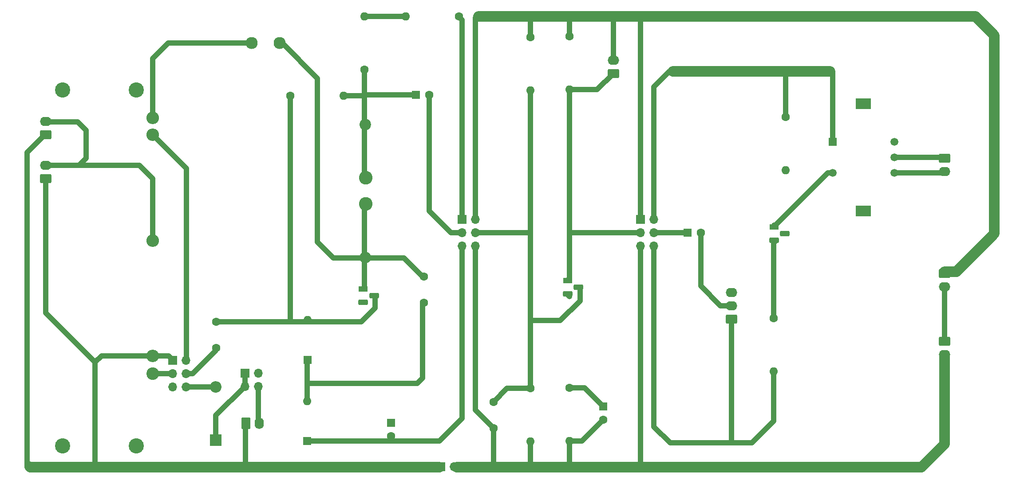
<source format=gbr>
%TF.GenerationSoftware,KiCad,Pcbnew,9.0.0*%
%TF.CreationDate,2026-01-23T13:08:45+00:00*%
%TF.ProjectId,LadybirdRadioUpdated,4c616479-6269-4726-9452-6164696f5570,rev?*%
%TF.SameCoordinates,Original*%
%TF.FileFunction,Copper,L2,Bot*%
%TF.FilePolarity,Positive*%
%FSLAX46Y46*%
G04 Gerber Fmt 4.6, Leading zero omitted, Abs format (unit mm)*
G04 Created by KiCad (PCBNEW 9.0.0) date 2026-01-23 13:08:45*
%MOMM*%
%LPD*%
G01*
G04 APERTURE LIST*
G04 Aperture macros list*
%AMRoundRect*
0 Rectangle with rounded corners*
0 $1 Rounding radius*
0 $2 $3 $4 $5 $6 $7 $8 $9 X,Y pos of 4 corners*
0 Add a 4 corners polygon primitive as box body*
4,1,4,$2,$3,$4,$5,$6,$7,$8,$9,$2,$3,0*
0 Add four circle primitives for the rounded corners*
1,1,$1+$1,$2,$3*
1,1,$1+$1,$4,$5*
1,1,$1+$1,$6,$7*
1,1,$1+$1,$8,$9*
0 Add four rect primitives between the rounded corners*
20,1,$1+$1,$2,$3,$4,$5,0*
20,1,$1+$1,$4,$5,$6,$7,0*
20,1,$1+$1,$6,$7,$8,$9,0*
20,1,$1+$1,$8,$9,$2,$3,0*%
G04 Aperture macros list end*
%TA.AperFunction,WasherPad*%
%ADD10C,2.900000*%
%TD*%
%TA.AperFunction,ComponentPad*%
%ADD11C,2.400000*%
%TD*%
%TA.AperFunction,ComponentPad*%
%ADD12O,2.400000X2.400000*%
%TD*%
%TA.AperFunction,ComponentPad*%
%ADD13R,1.600000X1.600000*%
%TD*%
%TA.AperFunction,ComponentPad*%
%ADD14C,1.600000*%
%TD*%
%TA.AperFunction,ComponentPad*%
%ADD15O,1.600000X1.600000*%
%TD*%
%TA.AperFunction,ComponentPad*%
%ADD16R,1.700000X1.700000*%
%TD*%
%TA.AperFunction,ComponentPad*%
%ADD17O,1.700000X1.700000*%
%TD*%
%TA.AperFunction,ComponentPad*%
%ADD18RoundRect,0.250000X0.845000X-0.620000X0.845000X0.620000X-0.845000X0.620000X-0.845000X-0.620000X0*%
%TD*%
%TA.AperFunction,ComponentPad*%
%ADD19O,2.190000X1.740000*%
%TD*%
%TA.AperFunction,ComponentPad*%
%ADD20R,1.800000X1.100000*%
%TD*%
%TA.AperFunction,ComponentPad*%
%ADD21RoundRect,0.275000X-0.625000X0.275000X-0.625000X-0.275000X0.625000X-0.275000X0.625000X0.275000X0*%
%TD*%
%TA.AperFunction,ComponentPad*%
%ADD22RoundRect,0.250000X-0.845000X0.620000X-0.845000X-0.620000X0.845000X-0.620000X0.845000X0.620000X0*%
%TD*%
%TA.AperFunction,ComponentPad*%
%ADD23C,2.300000*%
%TD*%
%TA.AperFunction,ComponentPad*%
%ADD24RoundRect,0.250000X-0.620000X-0.845000X0.620000X-0.845000X0.620000X0.845000X-0.620000X0.845000X0*%
%TD*%
%TA.AperFunction,ComponentPad*%
%ADD25O,1.740000X2.190000*%
%TD*%
%TA.AperFunction,ComponentPad*%
%ADD26R,2.200000X2.200000*%
%TD*%
%TA.AperFunction,ComponentPad*%
%ADD27O,2.200000X2.200000*%
%TD*%
%TA.AperFunction,WasherPad*%
%ADD28R,3.000000X2.000000*%
%TD*%
%TA.AperFunction,ComponentPad*%
%ADD29R,1.520000X1.520000*%
%TD*%
%TA.AperFunction,ComponentPad*%
%ADD30C,1.520000*%
%TD*%
%TA.AperFunction,ComponentPad*%
%ADD31C,2.200000*%
%TD*%
%TA.AperFunction,ComponentPad*%
%ADD32C,2.600000*%
%TD*%
%TA.AperFunction,ViaPad*%
%ADD33C,0.600000*%
%TD*%
%TA.AperFunction,Conductor*%
%ADD34C,1.000000*%
%TD*%
%TA.AperFunction,Conductor*%
%ADD35C,2.000000*%
%TD*%
G04 APERTURE END LIST*
D10*
%TO.P,L1,*%
%TO.N,*%
X28800000Y-120000000D03*
X42800000Y-120000000D03*
X28800000Y-52000000D03*
X42800000Y-52000000D03*
D11*
%TO.P,L1,1,1*%
%TO.N,Net-(J1-Pin_3)*%
X46000000Y-106200000D03*
D12*
%TO.P,L1,2,2*%
%TO.N,GND*%
X46000000Y-102800000D03*
%TO.P,L1,3,3*%
%TO.N,Net-(J1-Pin_5)*%
X46000000Y-80850000D03*
%TO.P,L1,4,4*%
%TO.N,Net-(J1-Pin_2)*%
X45950000Y-60600000D03*
%TO.P,L1,5,5*%
%TO.N,Net-(C2-Pad1)*%
X45950000Y-57350000D03*
%TD*%
D13*
%TO.P,C5,1*%
%TO.N,Net-(C5-Pad1)*%
X91400000Y-115617621D03*
D14*
%TO.P,C5,2*%
%TO.N,Net-(D2-K)*%
X91400000Y-118117621D03*
%TD*%
%TO.P,R8,1*%
%TO.N,Net-(J5-Pin_2)*%
X166700000Y-57240000D03*
D15*
%TO.P,R8,2*%
%TO.N,Net-(J15-Pin_3)*%
X166700000Y-67400000D03*
%TD*%
D16*
%TO.P,J2,1,Pin_1*%
%TO.N,Net-(D3-K)*%
X63560000Y-106100000D03*
D17*
%TO.P,J2,2,Pin_2*%
%TO.N,Net-(J2-Pin_2)*%
X66100000Y-106100000D03*
%TO.P,J2,3,Pin_3*%
%TO.N,Net-(D3-K)*%
X63560000Y-108640000D03*
%TO.P,J2,4,Pin_4*%
%TO.N,Net-(J13-Pin_2)*%
X66100000Y-108640000D03*
%TD*%
D18*
%TO.P,J14,1,Pin_1*%
%TO.N,Net-(J14-Pin_1)*%
X133820000Y-48870000D03*
D19*
%TO.P,J14,2,Pin_2*%
%TO.N,/+ve*%
X133820000Y-46330000D03*
%TD*%
D18*
%TO.P,J12,1,Pin_1*%
%TO.N,GND*%
X25610000Y-69000000D03*
D19*
%TO.P,J12,2,Pin_2*%
%TO.N,Net-(J1-Pin_5)*%
X25610000Y-66460000D03*
%TD*%
D14*
%TO.P,R1,1*%
%TO.N,Net-(D1-A)*%
X72240000Y-53100000D03*
D15*
%TO.P,R1,2*%
%TO.N,Net-(C4-Pad1)*%
X82400000Y-53100000D03*
%TD*%
D16*
%TO.P,J5,1,Pin_1*%
%TO.N,/+ve*%
X139000000Y-76760000D03*
D17*
%TO.P,J5,2,Pin_2*%
%TO.N,Net-(J5-Pin_2)*%
X141540000Y-76760000D03*
%TO.P,J5,3,Pin_3*%
%TO.N,Net-(J14-Pin_1)*%
X139000000Y-79300000D03*
%TO.P,J5,4,Pin_4*%
%TO.N,Net-(J5-Pin_4)*%
X141540000Y-79300000D03*
%TO.P,J5,5,Pin_5*%
%TO.N,/GND2*%
X139000000Y-81840000D03*
%TO.P,J5,6,Pin_6*%
%TO.N,Net-(J15-Pin_1)*%
X141540000Y-81840000D03*
%TD*%
D20*
%TO.P,Q3,1,C*%
%TO.N,Net-(Q3-C)*%
X164500000Y-78220000D03*
D21*
%TO.P,Q3,2,B*%
%TO.N,Net-(J15-Pin_3)*%
X166570000Y-79490000D03*
%TO.P,Q3,3,E*%
%TO.N,Net-(Q3-E)*%
X164500000Y-80760000D03*
%TD*%
D13*
%TO.P,D2,1,K*%
%TO.N,Net-(D2-K)*%
X75400000Y-119110000D03*
D15*
%TO.P,D2,2,A*%
%TO.N,Net-(D1-K)*%
X75400000Y-111490000D03*
%TD*%
D14*
%TO.P,R6,1*%
%TO.N,/+ve*%
X125500000Y-41820000D03*
D15*
%TO.P,R6,2*%
%TO.N,Net-(J14-Pin_1)*%
X125500000Y-51980000D03*
%TD*%
D14*
%TO.P,R7,1*%
%TO.N,Net-(Q2-E)*%
X125500000Y-108920000D03*
D15*
%TO.P,R7,2*%
%TO.N,/GND2*%
X125500000Y-119080000D03*
%TD*%
D14*
%TO.P,C3,1*%
%TO.N,Net-(J1-Pin_4)*%
X58100000Y-101300000D03*
%TO.P,C3,2*%
%TO.N,Net-(D1-A)*%
X58100000Y-96300000D03*
%TD*%
D22*
%TO.P,J16,1,Pin_1*%
%TO.N,Net-(J16-Pin_1)*%
X196990000Y-65090000D03*
D19*
%TO.P,J16,2,Pin_2*%
%TO.N,Net-(J16-Pin_2)*%
X196990000Y-67630000D03*
%TD*%
D14*
%TO.P,R9,1*%
%TO.N,Net-(Q3-E)*%
X164400000Y-95680000D03*
D15*
%TO.P,R9,2*%
%TO.N,Net-(J15-Pin_1)*%
X164400000Y-105840000D03*
%TD*%
D14*
%TO.P,R2,1*%
%TO.N,Net-(C4-Pad1)*%
X86400000Y-48160000D03*
D15*
%TO.P,R2,2*%
%TO.N,Net-(C5-Pad1)*%
X86400000Y-38000000D03*
%TD*%
D23*
%TO.P,C2,1*%
%TO.N,Net-(C2-Pad1)*%
X64850000Y-43100000D03*
%TO.P,C2,2*%
%TO.N,Net-(Q1-C)*%
X70150000Y-43100000D03*
%TD*%
D14*
%TO.P,C9,1*%
%TO.N,Net-(Q1-C)*%
X97700000Y-87700000D03*
%TO.P,C9,2*%
%TO.N,Net-(D1-K)*%
X97700000Y-92700000D03*
%TD*%
D24*
%TO.P,J13,1,Pin_1*%
%TO.N,GND*%
X63760000Y-115700000D03*
D25*
%TO.P,J13,2,Pin_2*%
%TO.N,Net-(J13-Pin_2)*%
X66300000Y-115700000D03*
%TD*%
D22*
%TO.P,J17,1,Pin_1*%
%TO.N,Net-(J17-Pin_1)*%
X196990000Y-100060000D03*
D19*
%TO.P,J17,2,Pin_2*%
%TO.N,/GND2*%
X196990000Y-102600000D03*
%TD*%
D22*
%TO.P,J18,1,Pin_1*%
%TO.N,/+ve*%
X196990000Y-87060000D03*
D19*
%TO.P,J18,2,Pin_2*%
%TO.N,Net-(J17-Pin_1)*%
X196990000Y-89600000D03*
%TD*%
D20*
%TO.P,Q1,1,C*%
%TO.N,Net-(Q1-C)*%
X86130000Y-90030000D03*
D21*
%TO.P,Q1,2,B*%
%TO.N,Net-(D1-A)*%
X88200000Y-91300000D03*
%TO.P,Q1,3,E*%
%TO.N,Net-(D2-K)*%
X86130000Y-92570000D03*
%TD*%
D14*
%TO.P,C6,1*%
%TO.N,Net-(J2-Pin_2)*%
X111000000Y-111600000D03*
%TO.P,C6,2*%
%TO.N,/GND2*%
X111000000Y-116600000D03*
%TD*%
%TO.P,R4,1*%
%TO.N,/+ve*%
X118000000Y-41940000D03*
D15*
%TO.P,R4,2*%
%TO.N,Net-(J2-Pin_2)*%
X118000000Y-52100000D03*
%TD*%
D14*
%TO.P,R3,1*%
%TO.N,Net-(J4-Pin_1)*%
X104400000Y-38020000D03*
D15*
%TO.P,R3,2*%
%TO.N,Net-(C5-Pad1)*%
X94240000Y-38020000D03*
%TD*%
D26*
%TO.P,D3,1,K*%
%TO.N,Net-(D3-K)*%
X58000000Y-118880000D03*
D27*
%TO.P,D3,2,A*%
%TO.N,Net-(D3-A)*%
X58000000Y-108720000D03*
%TD*%
D16*
%TO.P,J1,1,Pin_1*%
%TO.N,GND*%
X49760000Y-103700000D03*
D17*
%TO.P,J1,2,Pin_2*%
%TO.N,Net-(J1-Pin_2)*%
X52300000Y-103700000D03*
%TO.P,J1,3,Pin_3*%
%TO.N,Net-(J1-Pin_3)*%
X49760000Y-106240000D03*
%TO.P,J1,4,Pin_4*%
%TO.N,Net-(J1-Pin_4)*%
X52300000Y-106240000D03*
%TO.P,J1,5,Pin_5*%
%TO.N,Net-(J1-Pin_5)*%
X49760000Y-108780000D03*
%TO.P,J1,6,Pin_6*%
%TO.N,Net-(D3-A)*%
X52300000Y-108780000D03*
%TD*%
D14*
%TO.P,R5,1*%
%TO.N,Net-(J2-Pin_2)*%
X118000000Y-109040000D03*
D15*
%TO.P,R5,2*%
%TO.N,/GND2*%
X118000000Y-119200000D03*
%TD*%
D13*
%TO.P,D1,1,K*%
%TO.N,Net-(D1-K)*%
X75500000Y-103620000D03*
D15*
%TO.P,D1,2,A*%
%TO.N,Net-(D1-A)*%
X75500000Y-96000000D03*
%TD*%
D28*
%TO.P,T1,*%
%TO.N,*%
X181565000Y-54620000D03*
X181565000Y-75170000D03*
D29*
%TO.P,T1,1,AA*%
%TO.N,Net-(J5-Pin_2)*%
X175655000Y-61900000D03*
D30*
%TO.P,T1,2,AB*%
%TO.N,Net-(Q3-C)*%
X175655000Y-67900000D03*
%TO.P,T1,3,SA*%
%TO.N,Net-(J16-Pin_2)*%
X187455000Y-67900000D03*
%TO.P,T1,4,SC*%
%TO.N,Net-(J16-Pin_1)*%
X187455000Y-64900000D03*
%TO.P,T1,5,SB*%
%TO.N,Net-(JP1-A)*%
X187455000Y-61900000D03*
%TD*%
D16*
%TO.P,J3,1,Pin_1*%
%TO.N,GND*%
X100960000Y-124000000D03*
D17*
%TO.P,J3,2,Pin_2*%
%TO.N,/GND2*%
X103500000Y-124000000D03*
%TD*%
D13*
%TO.P,C4,1*%
%TO.N,Net-(C4-Pad1)*%
X96217621Y-53000000D03*
D14*
%TO.P,C4,2*%
%TO.N,Net-(J4-Pin_3)*%
X98717621Y-53000000D03*
%TD*%
D20*
%TO.P,Q2,1,C*%
%TO.N,Net-(J14-Pin_1)*%
X125100000Y-88480000D03*
D21*
%TO.P,Q2,2,B*%
%TO.N,Net-(J2-Pin_2)*%
X127170000Y-89750000D03*
%TO.P,Q2,3,E*%
%TO.N,Net-(Q2-E)*%
X125100000Y-91020000D03*
%TD*%
D18*
%TO.P,J15,1,Pin_1*%
%TO.N,Net-(J15-Pin_1)*%
X156400000Y-95840000D03*
D19*
%TO.P,J15,2,Pin_2*%
%TO.N,Net-(J15-Pin_2)*%
X156400000Y-93300000D03*
%TO.P,J15,3,Pin_3*%
%TO.N,Net-(J15-Pin_3)*%
X156400000Y-90760000D03*
%TD*%
D16*
%TO.P,J4,1,Pin_1*%
%TO.N,Net-(J4-Pin_1)*%
X105000000Y-76720000D03*
D17*
%TO.P,J4,2,Pin_2*%
%TO.N,/+ve*%
X107540000Y-76720000D03*
%TO.P,J4,3,Pin_3*%
%TO.N,Net-(J4-Pin_3)*%
X105000000Y-79260000D03*
%TO.P,J4,4,Pin_4*%
%TO.N,Net-(J2-Pin_2)*%
X107540000Y-79260000D03*
%TO.P,J4,5,Pin_5*%
%TO.N,Net-(D2-K)*%
X105000000Y-81800000D03*
%TO.P,J4,6,Pin_6*%
%TO.N,/GND2*%
X107540000Y-81800000D03*
%TD*%
D31*
%TO.P,L3,1,1*%
%TO.N,Net-(C4-Pad1)*%
X86550000Y-58600000D03*
D32*
X86600000Y-68800000D03*
%TO.P,L3,2,2*%
%TO.N,Net-(Q1-C)*%
X86600000Y-73800000D03*
D27*
X86550000Y-84000000D03*
%TD*%
D13*
%TO.P,C7,1*%
%TO.N,Net-(Q2-E)*%
X131900000Y-112500000D03*
D14*
%TO.P,C7,2*%
%TO.N,/GND2*%
X131900000Y-115000000D03*
%TD*%
D13*
%TO.P,C8,1*%
%TO.N,Net-(J5-Pin_4)*%
X148000000Y-79300000D03*
D14*
%TO.P,C8,2*%
%TO.N,Net-(J15-Pin_2)*%
X150500000Y-79300000D03*
%TD*%
D18*
%TO.P,J11,1,Pin_1*%
%TO.N,GND*%
X25610000Y-60600000D03*
D19*
%TO.P,J11,2,Pin_2*%
%TO.N,Net-(J1-Pin_5)*%
X25610000Y-58060000D03*
%TD*%
D33*
%TO.N,Net-(D2-K)*%
X86000000Y-119000000D03*
%TD*%
D34*
%TO.N,Net-(J15-Pin_1)*%
X141540000Y-81840000D02*
X141540000Y-116340000D01*
X160260000Y-119460000D02*
X164450000Y-115270000D01*
X141540000Y-116340000D02*
X144660000Y-119460000D01*
X164450000Y-105890000D02*
X164400000Y-105840000D01*
X144660000Y-119460000D02*
X160260000Y-119460000D01*
X164450000Y-115270000D02*
X164450000Y-105890000D01*
%TO.N,Net-(Q1-C)*%
X86400000Y-89620736D02*
X86160368Y-89860368D01*
X93900000Y-84100000D02*
X97400000Y-87600000D01*
X80400000Y-84100000D02*
X77400000Y-81100000D01*
X86400000Y-84100000D02*
X93900000Y-84100000D01*
X86400000Y-84100000D02*
X80400000Y-84100000D01*
X77400000Y-81100000D02*
X77400000Y-49800000D01*
X86400000Y-73950000D02*
X86450000Y-73900000D01*
X77400000Y-49800000D02*
X70700000Y-43100000D01*
X86400000Y-84100000D02*
X86400000Y-73950000D01*
X86400000Y-84100000D02*
X86400000Y-89620736D01*
%TO.N,Net-(C2-Pad1)*%
X45950000Y-46050000D02*
X48900000Y-43100000D01*
X45950000Y-57350000D02*
X45950000Y-46050000D01*
X48900000Y-43100000D02*
X64850000Y-43100000D01*
%TO.N,Net-(D1-A)*%
X75400000Y-96290000D02*
X85769264Y-96290000D01*
X75200000Y-96300000D02*
X75500000Y-96000000D01*
X72200000Y-96300000D02*
X75200000Y-96300000D01*
X72240000Y-53100000D02*
X72240000Y-96260000D01*
X72240000Y-96260000D02*
X72200000Y-96300000D01*
X58010000Y-96090000D02*
X58000000Y-96100000D01*
X88401000Y-93658264D02*
X88401000Y-91370000D01*
X58100000Y-96300000D02*
X72200000Y-96300000D01*
X85769264Y-96290000D02*
X88401000Y-93658264D01*
%TO.N,Net-(J1-Pin_4)*%
X53602081Y-106200000D02*
X58000000Y-101802081D01*
X52400000Y-106200000D02*
X53602081Y-106200000D01*
X58000000Y-101802081D02*
X58000000Y-101100000D01*
%TO.N,Net-(C4-Pad1)*%
X86400000Y-48180000D02*
X86400000Y-53100000D01*
X96217621Y-53000000D02*
X86500000Y-53000000D01*
X82400000Y-53100000D02*
X86400000Y-53100000D01*
X86400000Y-58700000D02*
X86400000Y-68850000D01*
X86400000Y-68850000D02*
X86450000Y-68900000D01*
X86400000Y-53100000D02*
X86500000Y-53000000D01*
X86400000Y-53100000D02*
X86400000Y-58700000D01*
%TO.N,Net-(C5-Pad1)*%
X86400000Y-38020000D02*
X94240000Y-38020000D01*
%TO.N,Net-(Q2-E)*%
X125500000Y-108920000D02*
X128320000Y-108920000D01*
X125500000Y-91499264D02*
X125260368Y-91259632D01*
X128320000Y-108920000D02*
X131900000Y-112500000D01*
%TO.N,Net-(J15-Pin_2)*%
X150500000Y-89495000D02*
X154305000Y-93300000D01*
X150500000Y-79300000D02*
X150500000Y-89495000D01*
X154305000Y-93300000D02*
X156400000Y-93300000D01*
%TO.N,Net-(D1-K)*%
X97450000Y-107100000D02*
X96450000Y-108100000D01*
X75400000Y-103910000D02*
X75400000Y-108100000D01*
X97450000Y-92600000D02*
X97450000Y-107100000D01*
X96400000Y-108100000D02*
X75400000Y-108100000D01*
X75400000Y-108100000D02*
X75400000Y-111580000D01*
%TO.N,Net-(J1-Pin_2)*%
X45950000Y-60600000D02*
X52400000Y-67050000D01*
X52400000Y-67050000D02*
X52400000Y-103660000D01*
%TO.N,Net-(J2-Pin_2)*%
X127501000Y-92328106D02*
X127501000Y-90001736D01*
X118000000Y-79500000D02*
X118000000Y-96100000D01*
X118000000Y-52100000D02*
X118000000Y-79500000D01*
X118000000Y-96100000D02*
X123729106Y-96100000D01*
X118000000Y-109040000D02*
X113560000Y-109040000D01*
X123729106Y-96100000D02*
X127501000Y-92328106D01*
X107540000Y-79260000D02*
X117760000Y-79260000D01*
X113560000Y-109040000D02*
X111000000Y-111600000D01*
X117760000Y-79260000D02*
X118000000Y-79500000D01*
X118000000Y-96100000D02*
X118000000Y-109040000D01*
%TO.N,Net-(J5-Pin_4)*%
X148000000Y-79300000D02*
X141500000Y-79300000D01*
%TO.N,Net-(Q3-C)*%
X174740736Y-67900000D02*
X164660368Y-77980368D01*
X164600000Y-77920000D02*
X164550000Y-77870000D01*
X175655000Y-67900000D02*
X174740736Y-67900000D01*
%TO.N,Net-(Q3-E)*%
X164400000Y-95680000D02*
X164400000Y-81260000D01*
X164400000Y-81260000D02*
X164660368Y-80999632D01*
%TO.N,Net-(J1-Pin_3)*%
X46000000Y-106200000D02*
X49300000Y-106200000D01*
%TO.N,Net-(J4-Pin_3)*%
X102838000Y-79260000D02*
X98717621Y-75139621D01*
X105000000Y-79260000D02*
X102838000Y-79260000D01*
X98717621Y-75139621D02*
X98717621Y-53000000D01*
D35*
%TO.N,GND*%
X79400000Y-124100000D02*
X86400000Y-124100000D01*
D34*
X46000000Y-102800000D02*
X36200000Y-102800000D01*
D35*
X86400000Y-124100000D02*
X100649000Y-124100000D01*
X63600000Y-124000000D02*
X63700000Y-124100000D01*
D34*
X63630000Y-115720000D02*
X63630000Y-123970000D01*
X25400000Y-60600000D02*
X22000000Y-64000000D01*
D35*
X63700000Y-124100000D02*
X75200000Y-124100000D01*
D34*
X35000000Y-111200000D02*
X35000000Y-124000000D01*
X63630000Y-123970000D02*
X63600000Y-124000000D01*
X36200000Y-102800000D02*
X35000000Y-104000000D01*
X46000000Y-102800000D02*
X49000000Y-102800000D01*
X75300000Y-124000000D02*
X75400000Y-124100000D01*
D35*
X75400000Y-124100000D02*
X79400000Y-124100000D01*
X63500000Y-124100000D02*
X63600000Y-124000000D01*
D34*
X35000000Y-104000000D02*
X35000000Y-111200000D01*
D35*
X35000000Y-124000000D02*
X35100000Y-124100000D01*
X34900000Y-124100000D02*
X35000000Y-124000000D01*
D34*
X25610000Y-69000000D02*
X25610000Y-94610000D01*
X49000000Y-102800000D02*
X49860000Y-103660000D01*
D35*
X22600000Y-124100000D02*
X34900000Y-124100000D01*
D34*
X22000000Y-64000000D02*
X22000000Y-124000000D01*
D35*
X35100000Y-124100000D02*
X63500000Y-124100000D01*
X22500000Y-124000000D02*
X22600000Y-124100000D01*
D34*
X25610000Y-94610000D02*
X35000000Y-104000000D01*
%TO.N,Net-(D2-K)*%
X100690000Y-119110000D02*
X91500000Y-119110000D01*
X91400000Y-119010000D02*
X91500000Y-119110000D01*
X105000000Y-114800000D02*
X100690000Y-119110000D01*
X105000000Y-81800000D02*
X105000000Y-114800000D01*
X75400000Y-119110000D02*
X91500000Y-119110000D01*
X91400000Y-118117621D02*
X91400000Y-119010000D01*
%TO.N,Net-(D3-A)*%
X57980000Y-108740000D02*
X58000000Y-108720000D01*
X52400000Y-108740000D02*
X57980000Y-108740000D01*
%TO.N,Net-(D3-K)*%
X58000000Y-114200000D02*
X63560000Y-108640000D01*
X63560000Y-108640000D02*
X63560000Y-106100000D01*
X58000000Y-118880000D02*
X58000000Y-114200000D01*
%TO.N,Net-(J1-Pin_5)*%
X46000000Y-69000000D02*
X46000000Y-80850000D01*
X25650000Y-58100000D02*
X31700000Y-58100000D01*
X25610000Y-58060000D02*
X25650000Y-58100000D01*
X43460000Y-66460000D02*
X46000000Y-69000000D01*
X25610000Y-66460000D02*
X43460000Y-66460000D01*
X31700000Y-58100000D02*
X33300000Y-59700000D01*
X31940000Y-66460000D02*
X25610000Y-66460000D01*
X33300000Y-59700000D02*
X33300000Y-65100000D01*
X33300000Y-65100000D02*
X31940000Y-66460000D01*
%TO.N,Net-(J4-Pin_1)*%
X105000000Y-76720000D02*
X105000000Y-38620000D01*
X105000000Y-38620000D02*
X104400000Y-38020000D01*
%TO.N,Net-(J15-Pin_1)*%
X156400000Y-119360000D02*
X156300000Y-119460000D01*
X156400000Y-95840000D02*
X156400000Y-119360000D01*
%TO.N,Net-(J5-Pin_2)*%
X166700000Y-57240000D02*
X166700000Y-48450000D01*
D35*
X145200000Y-48450000D02*
X166700000Y-48450000D01*
D34*
X141540000Y-51460000D02*
X141540000Y-76760000D01*
X144550000Y-48450000D02*
X141540000Y-51460000D01*
D35*
X166700000Y-48450000D02*
X175200000Y-48450000D01*
D34*
X175655000Y-61900000D02*
X175655000Y-48500000D01*
%TO.N,Net-(J16-Pin_2)*%
X187490000Y-67900000D02*
X196720000Y-67900000D01*
X196720000Y-67900000D02*
X196990000Y-67630000D01*
%TO.N,Net-(J16-Pin_1)*%
X196800000Y-64900000D02*
X196990000Y-65090000D01*
X187490000Y-64900000D02*
X196800000Y-64900000D01*
%TO.N,Net-(J13-Pin_2)*%
X66100000Y-115650000D02*
X66170000Y-115720000D01*
X66100000Y-108640000D02*
X66100000Y-115650000D01*
%TO.N,Net-(J14-Pin_1)*%
X125500000Y-88000736D02*
X125260368Y-88240368D01*
X125500000Y-70480000D02*
X125500000Y-79200000D01*
X125500000Y-51980000D02*
X125500000Y-70480000D01*
X125500000Y-79200000D02*
X125500000Y-88000736D01*
X139000000Y-79300000D02*
X125600000Y-79300000D01*
X125500000Y-51980000D02*
X130710000Y-51980000D01*
X130710000Y-51980000D02*
X133820000Y-48870000D01*
X125600000Y-79300000D02*
X125500000Y-79200000D01*
%TO.N,Net-(J17-Pin_1)*%
X196990000Y-89600000D02*
X196990000Y-100060000D01*
D35*
%TO.N,/GND2*%
X139300000Y-124100000D02*
X192600000Y-124100000D01*
X118500000Y-124100000D02*
X123600000Y-124100000D01*
D34*
X118000000Y-123600000D02*
X118500000Y-124100000D01*
X118000000Y-119200000D02*
X118000000Y-123600000D01*
X125500000Y-119080000D02*
X127820000Y-119080000D01*
D35*
X196990000Y-119690000D02*
X196990000Y-102931000D01*
D34*
X139000000Y-123800000D02*
X139300000Y-124100000D01*
X107540000Y-113140000D02*
X111000000Y-116600000D01*
X127820000Y-119080000D02*
X131900000Y-115000000D01*
X107540000Y-81800000D02*
X107540000Y-113140000D01*
D35*
X197000000Y-119700000D02*
X196990000Y-119690000D01*
X192600000Y-124100000D02*
X197000000Y-119700000D01*
X104000000Y-124100000D02*
X111000000Y-124100000D01*
D34*
X139000000Y-81840000D02*
X139000000Y-123800000D01*
D35*
X123600000Y-124100000D02*
X139300000Y-124100000D01*
D34*
X125500000Y-119080000D02*
X125500000Y-123480000D01*
D35*
X111000000Y-124100000D02*
X118500000Y-124100000D01*
D34*
X111000000Y-116600000D02*
X111000000Y-124100000D01*
D35*
%TO.N,/+ve*%
X206500000Y-41600000D02*
X206500000Y-79500000D01*
X139100000Y-38020000D02*
X182600000Y-38020000D01*
D34*
X118000000Y-41940000D02*
X118000000Y-38520000D01*
X133820000Y-38220000D02*
X133800000Y-38200000D01*
X125500000Y-38400000D02*
X125000000Y-37900000D01*
D35*
X131700000Y-38020000D02*
X139100000Y-38020000D01*
X133180000Y-38020000D02*
X133200000Y-38000000D01*
D34*
X133820000Y-46330000D02*
X133820000Y-38220000D01*
D35*
X206500000Y-79500000D02*
X199271000Y-86729000D01*
X182600000Y-38020000D02*
X202920000Y-38020000D01*
X118500000Y-38020000D02*
X108100000Y-38020000D01*
X202920000Y-38020000D02*
X206500000Y-41600000D01*
D34*
X118000000Y-38520000D02*
X118500000Y-38020000D01*
D35*
X124000000Y-38020000D02*
X131700000Y-38020000D01*
D34*
X125500000Y-41820000D02*
X125500000Y-38400000D01*
D35*
X199271000Y-86729000D02*
X196990000Y-86729000D01*
X118500000Y-38020000D02*
X124000000Y-38020000D01*
D34*
X139000000Y-76760000D02*
X139000000Y-38120000D01*
D35*
X131700000Y-38020000D02*
X133180000Y-38020000D01*
D34*
X139000000Y-38120000D02*
X139100000Y-38020000D01*
X107540000Y-76720000D02*
X107540000Y-38240000D01*
%TD*%
M02*

</source>
